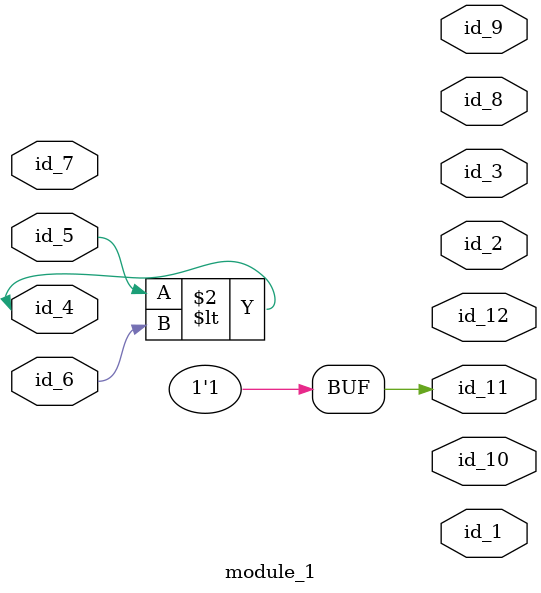
<source format=v>
module module_0 (
    id_1,
    id_2,
    id_3,
    id_4
);
  inout id_4;
  output id_3;
  inout id_2;
  output id_1;
  defparam id_4.id_5 = 1 * 1 - id_4;
endmodule
module module_1 (
    id_1,
    id_2,
    id_3,
    id_4,
    id_5,
    id_6,
    id_7,
    id_8,
    id_9,
    id_10,
    id_11,
    id_12
);
  output id_12;
  output id_11;
  output id_10;
  output id_9;
  output id_8;
  input id_7;
  inout id_6;
  inout id_5;
  inout id_4;
  output id_3;
  output id_2;
  output id_1;
  always @(*) id_11 <= (1);
  assign id_4 = "" ? id_7 : id_5 < id_6;
endmodule

</source>
